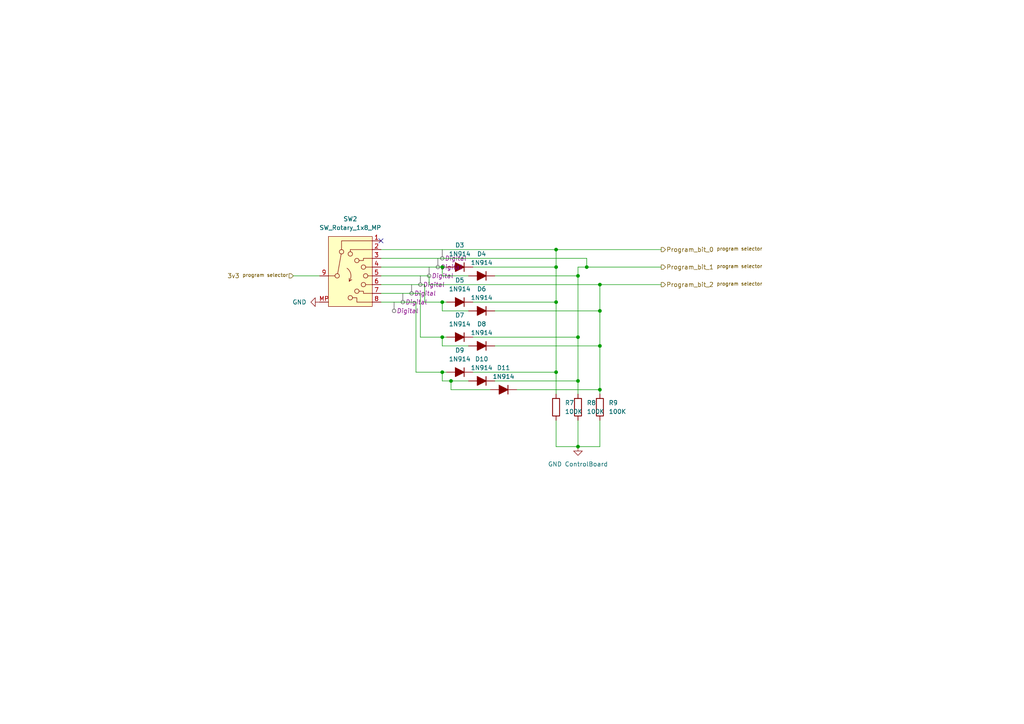
<source format=kicad_sch>
(kicad_sch (version 20231120) (generator "eeschema") (generator_version "8.0")
  (paper "A4")
  (lib_symbols
    (symbol "Device:R" (pin_numbers hide) (pin_names (offset 0))
      (property "Reference" "R" (at 2.032 0 90))
      (property "Value" "R" (at 0 0 90))
      (symbol "R_0_1"
        (rectangle (start -1.016 -2.54) (end 1.016 2.54) (stroke (width 0.254)))
      )
      (symbol "R_1_1"
        (pin passive line (at 0 3.81 270) (length 1.27) (name "~") (number "1"))
        (pin passive line (at 0 -3.81 90) (length 1.27) (name "~") (number "2"))
      )
    )
    (symbol "PCM_Diode_AKL:1N914" (pin_numbers hide) (pin_names (offset 1.016) hide)
      (property "Reference" "D" (at 0 5.08 0))
      (property "Value" "1N914" (at 0 2.54 0))
      (symbol "1N914_0_1"
        (polyline (pts (xy -1.27 0) (xy 1.27 0)))
        (polyline (pts (xy 1.27 1.27) (xy 1.27 -1.27)) (stroke (width 0.254)))
        (polyline (pts (xy -1.27 1.27) (xy -1.27 -1.27) (xy 1.27 0) (xy -1.27 1.27)) (stroke (width 0.254)) (fill (type outline)))
      )
      (symbol "1N914_0_2"
        (polyline (pts (xy -2.54 -2.54) (xy 2.54 2.54)))
        (polyline (pts (xy 0 1.778) (xy 1.778 0)) (stroke (width 0.254)))
        (polyline (pts (xy -0.889 -0.889) (xy -1.778 0) (xy 0.889 0.889) (xy 0 -1.778) (xy -0.889 -0.889)) (stroke (width 0.254)) (fill (type outline)))
      )
      (symbol "1N914_1_1"
        (pin passive line (at 3.81 0 180) (length 2.54) (name "K") (number "1"))
        (pin passive line (at -3.81 0 0) (length 2.54) (name "A") (number "2"))
      )
      (symbol "1N914_1_2"
        (pin passive line (at 2.54 2.54 180) (length 0) (name "K") (number "1"))
        (pin passive line (at -2.54 -2.54 0) (length 0) (name "A") (number "2"))
      )
    )
    (symbol "Switch:SW_Rotary_1x8_MP" (pin_names hide)
      (property "Reference" "SW" (at 0 12.7 0))
      (property "Value" "SW_Rotary_1x8_MP" (at 10.16 -10.16 0))
      (symbol "SW_Rotary_1x8_MP_0_1"
        (circle (center -5.08 0) (radius 0.635))
        (circle (center -3.81 6.985) (radius 0.635))
        (arc (start -1.5876 -1.5875) (mid -1.116 0.449) (end -2.2226 2.2225))
        (circle (center -1.27 -6.35) (radius 0.635))
        (circle (center -1.27 6.35) (radius 0.635))
        (polyline (pts (xy -7.62 0) (xy -5.715 0)))
        (polyline (pts (xy -4.9276 0.6604) (xy -3.9116 6.35)))
        (polyline (pts (xy -1.5876 -1.5875) (xy -1.5876 -1.5875)))
        (polyline (pts (xy -1.5876 -1.5875) (xy -1.5876 -0.6985)))
        (polyline (pts (xy -1.5876 -1.5875) (xy -0.8256 -1.0795)))
        (polyline (pts (xy 5.08 -2.54) (xy 3.175 -2.54)))
        (polyline (pts (xy 5.08 0) (xy 3.81 0)))
        (polyline (pts (xy 5.08 2.54) (xy 3.175 2.54)))
        (polyline (pts (xy 5.08 -7.62) (xy 0.635 -7.62) (xy 0.635 -6.35) (xy -0.635 -6.35)))
        (polyline (pts (xy 5.08 -5.08) (xy 2.54 -5.08) (xy 2.54 -4.445) (xy 1.27 -4.445)))
        (polyline (pts (xy 5.08 5.08) (xy 2.54 5.08) (xy 2.54 4.445) (xy 1.27 4.445)))
        (polyline (pts (xy 5.08 7.62) (xy -1.27 7.62) (xy -1.27 7.62) (xy -1.27 6.985)))
        (circle (center 0.635 -4.445) (radius 0.635))
        (circle (center 0.635 4.445) (radius 0.635))
        (circle (center 2.54 -2.54) (radius 0.635))
        (circle (center 2.54 2.54) (radius 0.635))
        (circle (center 3.175 0) (radius 0.635))
      )
      (symbol "SW_Rotary_1x8_MP_1_1"
        (polyline (pts (xy 5.08 10.16) (xy -3.81 10.16) (xy -3.81 7.62)))
        (polyline (pts (xy -7.62 11.43) (xy 5.08 11.43) (xy 5.08 -8.89) (xy -7.62 -8.89) (xy -7.62 11.43) (xy -7.62 11.43)) (fill (type background)))
        (pin passive line (at 7.62 10.16 180) (length 2.54) (name "") (number "1"))
        (pin passive line (at 7.62 7.62 180) (length 2.54) (name "") (number "2"))
        (pin passive line (at 7.62 5.08 180) (length 2.54) (name "") (number "3"))
        (pin passive line (at 7.62 2.54 180) (length 2.54) (name "") (number "4"))
        (pin passive line (at 7.62 0 180) (length 2.54) (name "") (number "5"))
        (pin passive line (at 7.62 -2.54 180) (length 2.54) (name "") (number "6"))
        (pin passive line (at 7.62 -5.08 180) (length 2.54) (name "") (number "7"))
        (pin passive line (at 7.62 -7.62 180) (length 2.54) (name "") (number "8"))
        (pin passive line (at -10.16 0 0) (length 2.54) (name "") (number "9"))
        (pin passive line (at -10.16 -7.62 0) (length 2.54) (name "") (number "MP"))
      )
    )
    (symbol "power:GND" (power) (pin_numbers hide) (pin_names (offset 0) hide)
      (property "Value" "GND" (at 0 -3.81 0))
      (symbol "GND_0_1"
        (polyline (pts (xy 0 0) (xy 0 -1.27) (xy 1.27 -1.27) (xy 0 -2.54) (xy -1.27 -1.27) (xy 0 -1.27)))
      )
      (symbol "GND_1_1"
        (pin power_in line (at 0 0 270) (length 0) (name "~") (number "1"))
      )
    )
  )
  (junction (at 173.99 90.17))
  (junction (at 170.18 77.47))
  (junction (at 167.64 97.79))
  (junction (at 173.99 100.33))
  (junction (at 173.99 113.03))
  (junction (at 161.29 87.63))
  (junction (at 128.27 107.95))
  (junction (at 167.64 129.54))
  (junction (at 128.27 87.63))
  (junction (at 167.64 80.01))
  (junction (at 128.27 77.47))
  (junction (at 173.99 82.55))
  (junction (at 161.29 77.47))
  (junction (at 167.64 110.49))
  (junction (at 161.29 107.95))
  (junction (at 128.27 97.79))
  (junction (at 130.81 110.49))
  (junction (at 161.29 72.39))
  (no_connect (at 110.49 69.85))
  (wire (pts (xy 85.09 80.01) (xy 92.71 80.01)))
  (wire (pts (xy 173.99 100.33) (xy 173.99 113.03)))
  (wire (pts (xy 167.64 80.01) (xy 167.64 77.47)))
  (wire (pts (xy 173.99 82.55) (xy 173.99 90.17)))
  (wire (pts (xy 137.16 97.79) (xy 167.64 97.79)))
  (wire (pts (xy 167.64 114.3) (xy 167.64 110.49)))
  (wire (pts (xy 128.27 107.95) (xy 128.27 110.49)))
  (wire (pts (xy 124.46 80.01) (xy 124.46 82.55)))
  (wire (pts (xy 143.51 80.01) (xy 167.64 80.01)))
  (wire (pts (xy 128.27 87.63) (xy 129.54 87.63)))
  (wire (pts (xy 149.86 113.03) (xy 173.99 113.03)))
  (wire (pts (xy 128.27 110.49) (xy 130.81 110.49)))
  (wire (pts (xy 137.16 87.63) (xy 161.29 87.63)))
  (wire (pts (xy 121.92 85.09) (xy 121.92 97.79)))
  (wire (pts (xy 173.99 121.92) (xy 173.99 129.54)))
  (wire (pts (xy 161.29 114.3) (xy 161.29 107.95)))
  (wire (pts (xy 128.27 87.63) (xy 128.27 90.17)))
  (wire (pts (xy 137.16 107.95) (xy 161.29 107.95)))
  (wire (pts (xy 167.64 80.01) (xy 167.64 97.79)))
  (wire (pts (xy 110.49 72.39) (xy 161.29 72.39)))
  (wire (pts (xy 123.19 82.55) (xy 123.19 87.63)))
  (wire (pts (xy 110.49 80.01) (xy 124.46 80.01)))
  (wire (pts (xy 143.51 110.49) (xy 167.64 110.49)))
  (wire (pts (xy 128.27 77.47) (xy 128.27 80.01)))
  (wire (pts (xy 161.29 72.39) (xy 161.29 77.47)))
  (wire (pts (xy 128.27 100.33) (xy 135.89 100.33)))
  (wire (pts (xy 167.64 121.92) (xy 167.64 129.54)))
  (wire (pts (xy 143.51 100.33) (xy 173.99 100.33)))
  (wire (pts (xy 130.81 110.49) (xy 135.89 110.49)))
  (wire (pts (xy 173.99 82.55) (xy 191.77 82.55)))
  (wire (pts (xy 110.49 87.63) (xy 120.65 87.63)))
  (wire (pts (xy 128.27 90.17) (xy 135.89 90.17)))
  (wire (pts (xy 120.65 87.63) (xy 120.65 107.95)))
  (wire (pts (xy 161.29 72.39) (xy 191.77 72.39)))
  (wire (pts (xy 137.16 77.47) (xy 161.29 77.47)))
  (wire (pts (xy 170.18 74.93) (xy 170.18 77.47)))
  (wire (pts (xy 130.81 113.03) (xy 142.24 113.03)))
  (wire (pts (xy 161.29 129.54) (xy 167.64 129.54)))
  (wire (pts (xy 124.46 82.55) (xy 173.99 82.55)))
  (wire (pts (xy 167.64 97.79) (xy 167.64 110.49)))
  (wire (pts (xy 130.81 110.49) (xy 130.81 113.03)))
  (wire (pts (xy 120.65 107.95) (xy 128.27 107.95)))
  (wire (pts (xy 121.92 97.79) (xy 128.27 97.79)))
  (wire (pts (xy 128.27 97.79) (xy 128.27 100.33)))
  (wire (pts (xy 161.29 121.92) (xy 161.29 129.54)))
  (wire (pts (xy 110.49 82.55) (xy 123.19 82.55)))
  (wire (pts (xy 161.29 77.47) (xy 161.29 87.63)))
  (wire (pts (xy 170.18 77.47) (xy 191.77 77.47)))
  (wire (pts (xy 167.64 77.47) (xy 170.18 77.47)))
  (wire (pts (xy 128.27 80.01) (xy 135.89 80.01)))
  (wire (pts (xy 110.49 77.47) (xy 128.27 77.47)))
  (wire (pts (xy 110.49 85.09) (xy 121.92 85.09)))
  (wire (pts (xy 110.49 74.93) (xy 170.18 74.93)))
  (wire (pts (xy 173.99 129.54) (xy 167.64 129.54)))
  (wire (pts (xy 128.27 107.95) (xy 129.54 107.95)))
  (wire (pts (xy 173.99 90.17) (xy 173.99 100.33)))
  (wire (pts (xy 143.51 90.17) (xy 173.99 90.17)))
  (wire (pts (xy 161.29 87.63) (xy 161.29 107.95)))
  (wire (pts (xy 123.19 87.63) (xy 128.27 87.63)))
  (wire (pts (xy 128.27 97.79) (xy 129.54 97.79)))
  (wire (pts (xy 128.27 77.47) (xy 129.54 77.47)))
  (wire (pts (xy 173.99 114.3) (xy 173.99 113.03)))
  (hierarchical_label "Program_bit_0 ^{program selector}" (shape output) (at 191.77 72.39 0))
  (hierarchical_label "3v3 ^{program selector}" (shape input) (at 85.09 80.01 180))
  (hierarchical_label "Program_bit_2 ^{program selector}" (shape output) (at 191.77 82.55 0))
  (hierarchical_label "Program_bit_1 ^{program selector}" (shape output) (at 191.77 77.47 0))
  (netclass_flag "" (length 2.54) (shape round) (at 116.84 85.09 180) (property "Netclass" "Digital" (at 117.5385 87.63 0) (effects (font (italic yes)) (justify left))))
  (netclass_flag "" (length 2.54) (shape round) (at 114.3 87.63 180) (property "Netclass" "Digital" (at 114.9985 90.17 0) (effects (font (italic yes)) (justify left))))
  (netclass_flag "" (length 2.54) (shape round) (at 124.46 77.47 180) (property "Netclass" "Digital" (at 125.1585 80.01 0) (effects (font (italic yes)) (justify left))))
  (netclass_flag "" (length 2.54) (shape round) (at 128.27 72.39 180) (property "Netclass" "Digital" (at 128.9685 74.93 0) (effects (font (italic yes)) (justify left))))
  (netclass_flag "" (length 2.54) (shape round) (at 121.92 80.01 180) (property "Netclass" "Digital" (at 122.6185 82.55 0) (effects (font (italic yes)) (justify left))))
  (netclass_flag "" (length 2.54) (shape round) (at 127 74.93 180) (property "Netclass" "Digital" (at 127.6985 77.47 0) (effects (font (italic yes)) (justify left))))
  (netclass_flag "" (length 2.54) (shape round) (at 119.38 82.55 180) (property "Netclass" "Digital" (at 120.0785 85.09 0) (effects (font (italic yes)) (justify left))))
  (symbol (lib_id "PCM_Diode_AKL:1N914") (at 133.35 97.79 0) (unit 1)
    (property "Reference" "D7" (at 133.35 91.44 0))
    (property "Value" "1N914" (at 133.35 93.98 0))
    (property "Footprint" "Diode_SMD:D_SOD-323_HandSoldering" (effects (hide yes)))
    (property "Datasheet" "https://datasheet.octopart.com/1N914ATR-ON-Semiconductor-datasheet-42765246.pdf" (effects (hide yes)))
    (property "Description" "DO-35 Diode, Small Signal, Fast Switching, 75V, 200mA, 4ns, Alternate KiCad Library" (effects (hide yes)))
  )
  (symbol (lib_id "PCM_Diode_AKL:1N914") (at 146.05 113.03 0) (unit 1)
    (property "Reference" "D11" (at 146.05 106.68 0))
    (property "Value" "1N914" (at 146.05 109.22 0))
    (property "Footprint" "Diode_SMD:D_SOD-323_HandSoldering" (effects (hide yes)))
    (property "Datasheet" "https://datasheet.octopart.com/1N914ATR-ON-Semiconductor-datasheet-42765246.pdf" (effects (hide yes)))
    (property "Description" "DO-35 Diode, Small Signal, Fast Switching, 75V, 200mA, 4ns, Alternate KiCad Library" (effects (hide yes)))
  )
  (symbol (lib_id "PCM_Diode_AKL:1N914") (at 139.7 110.49 0) (unit 1)
    (property "Reference" "D10" (at 139.7 104.14 0))
    (property "Value" "1N914" (at 139.7 106.68 0))
    (property "Footprint" "Diode_SMD:D_SOD-323_HandSoldering" (effects (hide yes)))
    (property "Datasheet" "https://datasheet.octopart.com/1N914ATR-ON-Semiconductor-datasheet-42765246.pdf" (effects (hide yes)))
    (property "Description" "DO-35 Diode, Small Signal, Fast Switching, 75V, 200mA, 4ns, Alternate KiCad Library" (effects (hide yes)))
  )
  (symbol (lib_id "Device:R") (at 173.99 118.11 0) (unit 1)
    (property "Reference" "R9" (at 176.53 116.8399 0) (effects (justify left)))
    (property "Value" "100K" (at 176.53 119.3799 0) (effects (justify left)))
    (property "Footprint" "PCM_4ms_Resistor:R_0603" (effects (hide yes)))
    (property "Description" "Resistor" (effects (hide yes)))
  )
  (symbol (lib_id "Switch:SW_Rotary_1x8_MP") (at 102.87 80.01 0) (unit 1)
    (property "Reference" "SW2" (at 101.6 63.5 0))
    (property "Value" "SW_Rotary_1x8_MP" (at 101.6 66.04 0))
    (property "Footprint" "FV1Footrpints:SR16" (effects (hide yes)))
    (property "Description" "Rotary switch 1x8, SP8T with mount point" (effects (hide yes)))
  )
  (symbol (lib_id "PCM_Diode_AKL:1N914") (at 139.7 80.01 0) (unit 1)
    (property "Reference" "D4" (at 139.7 73.66 0))
    (property "Value" "1N914" (at 139.7 76.2 0))
    (property "Footprint" "Diode_SMD:D_SOD-323_HandSoldering" (effects (hide yes)))
    (property "Datasheet" "https://datasheet.octopart.com/1N914ATR-ON-Semiconductor-datasheet-42765246.pdf" (effects (hide yes)))
    (property "Description" "DO-35 Diode, Small Signal, Fast Switching, 75V, 200mA, 4ns, Alternate KiCad Library" (effects (hide yes)))
  )
  (symbol (lib_id "power:GND") (at 167.64 129.54 0) (unit 1)
    (property "Reference" "#PWR021" (effects (hide yes)))
    (property "Value" "GND ControlBoard" (at 167.64 134.62 0))
    (property "Description" "Power symbol creates a global label with name \"GND\" , ground" (effects (hide yes)))
  )
  (symbol (lib_id "PCM_Diode_AKL:1N914") (at 133.35 77.47 0) (unit 1)
    (property "Reference" "D3" (at 133.35 71.12 0))
    (property "Value" "1N914" (at 133.35 73.66 0))
    (property "Footprint" "Diode_SMD:D_SOD-323_HandSoldering" (effects (hide yes)))
    (property "Datasheet" "https://datasheet.octopart.com/1N914ATR-ON-Semiconductor-datasheet-42765246.pdf" (effects (hide yes)))
    (property "Description" "DO-35 Diode, Small Signal, Fast Switching, 75V, 200mA, 4ns, Alternate KiCad Library" (effects (hide yes)))
  )
  (symbol (lib_id "PCM_Diode_AKL:1N914") (at 139.7 100.33 0) (unit 1)
    (property "Reference" "D8" (at 139.7 93.98 0))
    (property "Value" "1N914" (at 139.7 96.52 0))
    (property "Footprint" "Diode_SMD:D_SOD-323_HandSoldering" (effects (hide yes)))
    (property "Datasheet" "https://datasheet.octopart.com/1N914ATR-ON-Semiconductor-datasheet-42765246.pdf" (effects (hide yes)))
    (property "Description" "DO-35 Diode, Small Signal, Fast Switching, 75V, 200mA, 4ns, Alternate KiCad Library" (effects (hide yes)))
  )
  (symbol (lib_id "Device:R") (at 167.64 118.11 0) (unit 1)
    (property "Reference" "R8" (at 170.18 116.8399 0) (effects (justify left)))
    (property "Value" "100K" (at 170.18 119.3799 0) (effects (justify left)))
    (property "Footprint" "PCM_4ms_Resistor:R_0603" (effects (hide yes)))
    (property "Description" "Resistor" (effects (hide yes)))
  )
  (symbol (lib_id "PCM_Diode_AKL:1N914") (at 133.35 107.95 0) (unit 1)
    (property "Reference" "D9" (at 133.35 101.6 0))
    (property "Value" "1N914" (at 133.35 104.14 0))
    (property "Footprint" "Diode_SMD:D_SOD-323_HandSoldering" (effects (hide yes)))
    (property "Datasheet" "https://datasheet.octopart.com/1N914ATR-ON-Semiconductor-datasheet-42765246.pdf" (effects (hide yes)))
    (property "Description" "DO-35 Diode, Small Signal, Fast Switching, 75V, 200mA, 4ns, Alternate KiCad Library" (effects (hide yes)))
  )
  (symbol (lib_id "PCM_Diode_AKL:1N914") (at 133.35 87.63 0) (unit 1)
    (property "Reference" "D5" (at 133.35 81.28 0))
    (property "Value" "1N914" (at 133.35 83.82 0))
    (property "Footprint" "Diode_SMD:D_SOD-323_HandSoldering" (effects (hide yes)))
    (property "Datasheet" "https://datasheet.octopart.com/1N914ATR-ON-Semiconductor-datasheet-42765246.pdf" (effects (hide yes)))
    (property "Description" "DO-35 Diode, Small Signal, Fast Switching, 75V, 200mA, 4ns, Alternate KiCad Library" (effects (hide yes)))
  )
  (symbol (lib_id "power:GND") (at 92.71 87.63 270) (unit 1)
    (property "Reference" "#PWR023" (effects (hide yes)))
    (property "Value" "GND" (at 88.9 87.6299 90) (effects (justify right)))
    (property "Description" "Power symbol creates a global label with name \"GND\" , ground" (effects (hide yes)))
  )
  (symbol (lib_id "Device:R") (at 161.29 118.11 0) (unit 1)
    (property "Reference" "R7" (at 163.83 116.8399 0) (effects (justify left)))
    (property "Value" "100K" (at 163.83 119.3799 0) (effects (justify left)))
    (property "Footprint" "PCM_4ms_Resistor:R_0603" (effects (hide yes)))
    (property "Description" "Resistor" (effects (hide yes)))
  )
  (symbol (lib_id "PCM_Diode_AKL:1N914") (at 139.7 90.17 0) (unit 1)
    (property "Reference" "D6" (at 139.7 83.82 0))
    (property "Value" "1N914" (at 139.7 86.36 0))
    (property "Footprint" "Diode_SMD:D_SOD-323_HandSoldering" (effects (hide yes)))
    (property "Datasheet" "https://datasheet.octopart.com/1N914ATR-ON-Semiconductor-datasheet-42765246.pdf" (effects (hide yes)))
    (property "Description" "DO-35 Diode, Small Signal, Fast Switching, 75V, 200mA, 4ns, Alternate KiCad Library" (effects (hide yes)))
  )
)
</source>
